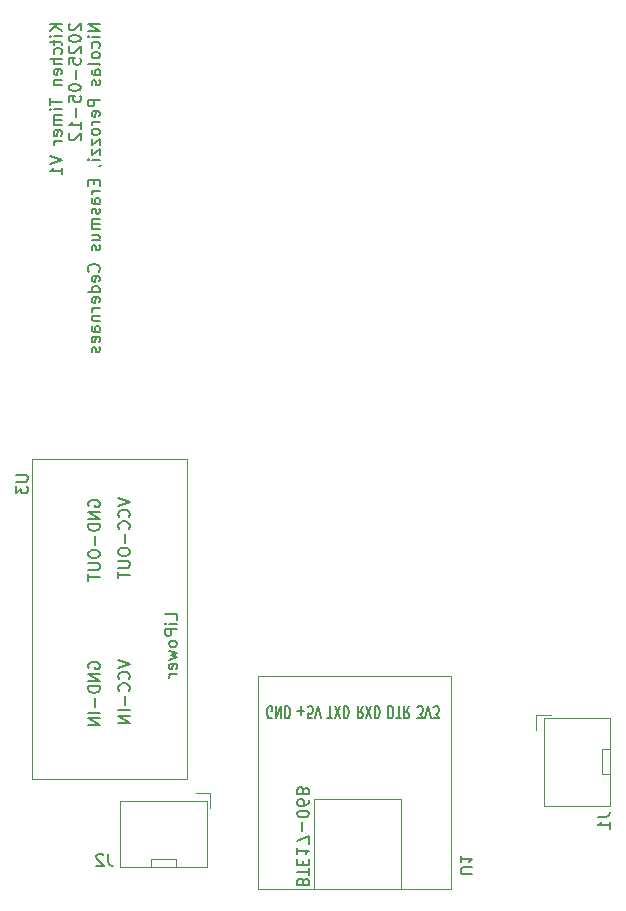
<source format=gbr>
%TF.GenerationSoftware,KiCad,Pcbnew,9.0.0*%
%TF.CreationDate,2025-05-13T23:13:56+02:00*%
%TF.ProjectId,kitchen_timer-hardware,6b697463-6865-46e5-9f74-696d65722d68,rev?*%
%TF.SameCoordinates,Original*%
%TF.FileFunction,Legend,Bot*%
%TF.FilePolarity,Positive*%
%FSLAX46Y46*%
G04 Gerber Fmt 4.6, Leading zero omitted, Abs format (unit mm)*
G04 Created by KiCad (PCBNEW 9.0.0) date 2025-05-13 23:13:56*
%MOMM*%
%LPD*%
G01*
G04 APERTURE LIST*
%ADD10C,0.195000*%
%ADD11C,0.195072*%
%ADD12C,0.187500*%
%ADD13C,0.100000*%
%ADD14C,0.120000*%
G04 APERTURE END LIST*
D10*
X132221991Y-65089393D02*
X131221991Y-65089393D01*
X132221991Y-65669965D02*
X131650562Y-65234536D01*
X131221991Y-65669965D02*
X131793419Y-65089393D01*
X132221991Y-66105393D02*
X131555324Y-66105393D01*
X131221991Y-66105393D02*
X131269610Y-66057012D01*
X131269610Y-66057012D02*
X131317229Y-66105393D01*
X131317229Y-66105393D02*
X131269610Y-66153774D01*
X131269610Y-66153774D02*
X131221991Y-66105393D01*
X131221991Y-66105393D02*
X131317229Y-66105393D01*
X131555324Y-66444060D02*
X131555324Y-66831108D01*
X131221991Y-66589203D02*
X132079133Y-66589203D01*
X132079133Y-66589203D02*
X132174372Y-66637584D01*
X132174372Y-66637584D02*
X132221991Y-66734346D01*
X132221991Y-66734346D02*
X132221991Y-66831108D01*
X132174372Y-67605203D02*
X132221991Y-67508441D01*
X132221991Y-67508441D02*
X132221991Y-67314917D01*
X132221991Y-67314917D02*
X132174372Y-67218155D01*
X132174372Y-67218155D02*
X132126752Y-67169774D01*
X132126752Y-67169774D02*
X132031514Y-67121393D01*
X132031514Y-67121393D02*
X131745800Y-67121393D01*
X131745800Y-67121393D02*
X131650562Y-67169774D01*
X131650562Y-67169774D02*
X131602943Y-67218155D01*
X131602943Y-67218155D02*
X131555324Y-67314917D01*
X131555324Y-67314917D02*
X131555324Y-67508441D01*
X131555324Y-67508441D02*
X131602943Y-67605203D01*
X132221991Y-68040631D02*
X131221991Y-68040631D01*
X132221991Y-68476060D02*
X131698181Y-68476060D01*
X131698181Y-68476060D02*
X131602943Y-68427679D01*
X131602943Y-68427679D02*
X131555324Y-68330917D01*
X131555324Y-68330917D02*
X131555324Y-68185774D01*
X131555324Y-68185774D02*
X131602943Y-68089012D01*
X131602943Y-68089012D02*
X131650562Y-68040631D01*
X132174372Y-69346917D02*
X132221991Y-69250155D01*
X132221991Y-69250155D02*
X132221991Y-69056631D01*
X132221991Y-69056631D02*
X132174372Y-68959869D01*
X132174372Y-68959869D02*
X132079133Y-68911488D01*
X132079133Y-68911488D02*
X131698181Y-68911488D01*
X131698181Y-68911488D02*
X131602943Y-68959869D01*
X131602943Y-68959869D02*
X131555324Y-69056631D01*
X131555324Y-69056631D02*
X131555324Y-69250155D01*
X131555324Y-69250155D02*
X131602943Y-69346917D01*
X131602943Y-69346917D02*
X131698181Y-69395298D01*
X131698181Y-69395298D02*
X131793419Y-69395298D01*
X131793419Y-69395298D02*
X131888657Y-68911488D01*
X131555324Y-69830726D02*
X132221991Y-69830726D01*
X131650562Y-69830726D02*
X131602943Y-69879107D01*
X131602943Y-69879107D02*
X131555324Y-69975869D01*
X131555324Y-69975869D02*
X131555324Y-70121012D01*
X131555324Y-70121012D02*
X131602943Y-70217774D01*
X131602943Y-70217774D02*
X131698181Y-70266155D01*
X131698181Y-70266155D02*
X132221991Y-70266155D01*
X131221991Y-71378916D02*
X131221991Y-71959488D01*
X132221991Y-71669202D02*
X131221991Y-71669202D01*
X132221991Y-72298154D02*
X131555324Y-72298154D01*
X131221991Y-72298154D02*
X131269610Y-72249773D01*
X131269610Y-72249773D02*
X131317229Y-72298154D01*
X131317229Y-72298154D02*
X131269610Y-72346535D01*
X131269610Y-72346535D02*
X131221991Y-72298154D01*
X131221991Y-72298154D02*
X131317229Y-72298154D01*
X132221991Y-72781964D02*
X131555324Y-72781964D01*
X131650562Y-72781964D02*
X131602943Y-72830345D01*
X131602943Y-72830345D02*
X131555324Y-72927107D01*
X131555324Y-72927107D02*
X131555324Y-73072250D01*
X131555324Y-73072250D02*
X131602943Y-73169012D01*
X131602943Y-73169012D02*
X131698181Y-73217393D01*
X131698181Y-73217393D02*
X132221991Y-73217393D01*
X131698181Y-73217393D02*
X131602943Y-73265774D01*
X131602943Y-73265774D02*
X131555324Y-73362536D01*
X131555324Y-73362536D02*
X131555324Y-73507679D01*
X131555324Y-73507679D02*
X131602943Y-73604440D01*
X131602943Y-73604440D02*
X131698181Y-73652821D01*
X131698181Y-73652821D02*
X132221991Y-73652821D01*
X132174372Y-74523679D02*
X132221991Y-74426917D01*
X132221991Y-74426917D02*
X132221991Y-74233393D01*
X132221991Y-74233393D02*
X132174372Y-74136631D01*
X132174372Y-74136631D02*
X132079133Y-74088250D01*
X132079133Y-74088250D02*
X131698181Y-74088250D01*
X131698181Y-74088250D02*
X131602943Y-74136631D01*
X131602943Y-74136631D02*
X131555324Y-74233393D01*
X131555324Y-74233393D02*
X131555324Y-74426917D01*
X131555324Y-74426917D02*
X131602943Y-74523679D01*
X131602943Y-74523679D02*
X131698181Y-74572060D01*
X131698181Y-74572060D02*
X131793419Y-74572060D01*
X131793419Y-74572060D02*
X131888657Y-74088250D01*
X132221991Y-75007488D02*
X131555324Y-75007488D01*
X131745800Y-75007488D02*
X131650562Y-75055869D01*
X131650562Y-75055869D02*
X131602943Y-75104250D01*
X131602943Y-75104250D02*
X131555324Y-75201012D01*
X131555324Y-75201012D02*
X131555324Y-75297774D01*
X131221991Y-76265392D02*
X132221991Y-76604059D01*
X132221991Y-76604059D02*
X131221991Y-76942726D01*
X132221991Y-77813583D02*
X132221991Y-77233011D01*
X132221991Y-77523297D02*
X131221991Y-77523297D01*
X131221991Y-77523297D02*
X131364848Y-77426535D01*
X131364848Y-77426535D02*
X131460086Y-77329773D01*
X131460086Y-77329773D02*
X131507705Y-77233011D01*
X132927173Y-65041012D02*
X132879554Y-65089393D01*
X132879554Y-65089393D02*
X132831935Y-65186155D01*
X132831935Y-65186155D02*
X132831935Y-65428060D01*
X132831935Y-65428060D02*
X132879554Y-65524822D01*
X132879554Y-65524822D02*
X132927173Y-65573203D01*
X132927173Y-65573203D02*
X133022411Y-65621584D01*
X133022411Y-65621584D02*
X133117649Y-65621584D01*
X133117649Y-65621584D02*
X133260506Y-65573203D01*
X133260506Y-65573203D02*
X133831935Y-64992631D01*
X133831935Y-64992631D02*
X133831935Y-65621584D01*
X132831935Y-66250536D02*
X132831935Y-66347298D01*
X132831935Y-66347298D02*
X132879554Y-66444060D01*
X132879554Y-66444060D02*
X132927173Y-66492441D01*
X132927173Y-66492441D02*
X133022411Y-66540822D01*
X133022411Y-66540822D02*
X133212887Y-66589203D01*
X133212887Y-66589203D02*
X133450982Y-66589203D01*
X133450982Y-66589203D02*
X133641458Y-66540822D01*
X133641458Y-66540822D02*
X133736696Y-66492441D01*
X133736696Y-66492441D02*
X133784316Y-66444060D01*
X133784316Y-66444060D02*
X133831935Y-66347298D01*
X133831935Y-66347298D02*
X133831935Y-66250536D01*
X133831935Y-66250536D02*
X133784316Y-66153774D01*
X133784316Y-66153774D02*
X133736696Y-66105393D01*
X133736696Y-66105393D02*
X133641458Y-66057012D01*
X133641458Y-66057012D02*
X133450982Y-66008631D01*
X133450982Y-66008631D02*
X133212887Y-66008631D01*
X133212887Y-66008631D02*
X133022411Y-66057012D01*
X133022411Y-66057012D02*
X132927173Y-66105393D01*
X132927173Y-66105393D02*
X132879554Y-66153774D01*
X132879554Y-66153774D02*
X132831935Y-66250536D01*
X132927173Y-66976250D02*
X132879554Y-67024631D01*
X132879554Y-67024631D02*
X132831935Y-67121393D01*
X132831935Y-67121393D02*
X132831935Y-67363298D01*
X132831935Y-67363298D02*
X132879554Y-67460060D01*
X132879554Y-67460060D02*
X132927173Y-67508441D01*
X132927173Y-67508441D02*
X133022411Y-67556822D01*
X133022411Y-67556822D02*
X133117649Y-67556822D01*
X133117649Y-67556822D02*
X133260506Y-67508441D01*
X133260506Y-67508441D02*
X133831935Y-66927869D01*
X133831935Y-66927869D02*
X133831935Y-67556822D01*
X132831935Y-68476060D02*
X132831935Y-67992250D01*
X132831935Y-67992250D02*
X133308125Y-67943869D01*
X133308125Y-67943869D02*
X133260506Y-67992250D01*
X133260506Y-67992250D02*
X133212887Y-68089012D01*
X133212887Y-68089012D02*
X133212887Y-68330917D01*
X133212887Y-68330917D02*
X133260506Y-68427679D01*
X133260506Y-68427679D02*
X133308125Y-68476060D01*
X133308125Y-68476060D02*
X133403363Y-68524441D01*
X133403363Y-68524441D02*
X133641458Y-68524441D01*
X133641458Y-68524441D02*
X133736696Y-68476060D01*
X133736696Y-68476060D02*
X133784316Y-68427679D01*
X133784316Y-68427679D02*
X133831935Y-68330917D01*
X133831935Y-68330917D02*
X133831935Y-68089012D01*
X133831935Y-68089012D02*
X133784316Y-67992250D01*
X133784316Y-67992250D02*
X133736696Y-67943869D01*
X133450982Y-68959869D02*
X133450982Y-69733965D01*
X132831935Y-70411298D02*
X132831935Y-70508060D01*
X132831935Y-70508060D02*
X132879554Y-70604822D01*
X132879554Y-70604822D02*
X132927173Y-70653203D01*
X132927173Y-70653203D02*
X133022411Y-70701584D01*
X133022411Y-70701584D02*
X133212887Y-70749965D01*
X133212887Y-70749965D02*
X133450982Y-70749965D01*
X133450982Y-70749965D02*
X133641458Y-70701584D01*
X133641458Y-70701584D02*
X133736696Y-70653203D01*
X133736696Y-70653203D02*
X133784316Y-70604822D01*
X133784316Y-70604822D02*
X133831935Y-70508060D01*
X133831935Y-70508060D02*
X133831935Y-70411298D01*
X133831935Y-70411298D02*
X133784316Y-70314536D01*
X133784316Y-70314536D02*
X133736696Y-70266155D01*
X133736696Y-70266155D02*
X133641458Y-70217774D01*
X133641458Y-70217774D02*
X133450982Y-70169393D01*
X133450982Y-70169393D02*
X133212887Y-70169393D01*
X133212887Y-70169393D02*
X133022411Y-70217774D01*
X133022411Y-70217774D02*
X132927173Y-70266155D01*
X132927173Y-70266155D02*
X132879554Y-70314536D01*
X132879554Y-70314536D02*
X132831935Y-70411298D01*
X132831935Y-71669203D02*
X132831935Y-71185393D01*
X132831935Y-71185393D02*
X133308125Y-71137012D01*
X133308125Y-71137012D02*
X133260506Y-71185393D01*
X133260506Y-71185393D02*
X133212887Y-71282155D01*
X133212887Y-71282155D02*
X133212887Y-71524060D01*
X133212887Y-71524060D02*
X133260506Y-71620822D01*
X133260506Y-71620822D02*
X133308125Y-71669203D01*
X133308125Y-71669203D02*
X133403363Y-71717584D01*
X133403363Y-71717584D02*
X133641458Y-71717584D01*
X133641458Y-71717584D02*
X133736696Y-71669203D01*
X133736696Y-71669203D02*
X133784316Y-71620822D01*
X133784316Y-71620822D02*
X133831935Y-71524060D01*
X133831935Y-71524060D02*
X133831935Y-71282155D01*
X133831935Y-71282155D02*
X133784316Y-71185393D01*
X133784316Y-71185393D02*
X133736696Y-71137012D01*
X133450982Y-72153012D02*
X133450982Y-72927108D01*
X133831935Y-73943108D02*
X133831935Y-73362536D01*
X133831935Y-73652822D02*
X132831935Y-73652822D01*
X132831935Y-73652822D02*
X132974792Y-73556060D01*
X132974792Y-73556060D02*
X133070030Y-73459298D01*
X133070030Y-73459298D02*
X133117649Y-73362536D01*
X132927173Y-74330155D02*
X132879554Y-74378536D01*
X132879554Y-74378536D02*
X132831935Y-74475298D01*
X132831935Y-74475298D02*
X132831935Y-74717203D01*
X132831935Y-74717203D02*
X132879554Y-74813965D01*
X132879554Y-74813965D02*
X132927173Y-74862346D01*
X132927173Y-74862346D02*
X133022411Y-74910727D01*
X133022411Y-74910727D02*
X133117649Y-74910727D01*
X133117649Y-74910727D02*
X133260506Y-74862346D01*
X133260506Y-74862346D02*
X133831935Y-74281774D01*
X133831935Y-74281774D02*
X133831935Y-74910727D01*
X135441879Y-65089393D02*
X134441879Y-65089393D01*
X134441879Y-65089393D02*
X135441879Y-65669965D01*
X135441879Y-65669965D02*
X134441879Y-65669965D01*
X135441879Y-66153774D02*
X134775212Y-66153774D01*
X134441879Y-66153774D02*
X134489498Y-66105393D01*
X134489498Y-66105393D02*
X134537117Y-66153774D01*
X134537117Y-66153774D02*
X134489498Y-66202155D01*
X134489498Y-66202155D02*
X134441879Y-66153774D01*
X134441879Y-66153774D02*
X134537117Y-66153774D01*
X135394260Y-67073013D02*
X135441879Y-66976251D01*
X135441879Y-66976251D02*
X135441879Y-66782727D01*
X135441879Y-66782727D02*
X135394260Y-66685965D01*
X135394260Y-66685965D02*
X135346640Y-66637584D01*
X135346640Y-66637584D02*
X135251402Y-66589203D01*
X135251402Y-66589203D02*
X134965688Y-66589203D01*
X134965688Y-66589203D02*
X134870450Y-66637584D01*
X134870450Y-66637584D02*
X134822831Y-66685965D01*
X134822831Y-66685965D02*
X134775212Y-66782727D01*
X134775212Y-66782727D02*
X134775212Y-66976251D01*
X134775212Y-66976251D02*
X134822831Y-67073013D01*
X135441879Y-67653584D02*
X135394260Y-67556822D01*
X135394260Y-67556822D02*
X135346640Y-67508441D01*
X135346640Y-67508441D02*
X135251402Y-67460060D01*
X135251402Y-67460060D02*
X134965688Y-67460060D01*
X134965688Y-67460060D02*
X134870450Y-67508441D01*
X134870450Y-67508441D02*
X134822831Y-67556822D01*
X134822831Y-67556822D02*
X134775212Y-67653584D01*
X134775212Y-67653584D02*
X134775212Y-67798727D01*
X134775212Y-67798727D02*
X134822831Y-67895489D01*
X134822831Y-67895489D02*
X134870450Y-67943870D01*
X134870450Y-67943870D02*
X134965688Y-67992251D01*
X134965688Y-67992251D02*
X135251402Y-67992251D01*
X135251402Y-67992251D02*
X135346640Y-67943870D01*
X135346640Y-67943870D02*
X135394260Y-67895489D01*
X135394260Y-67895489D02*
X135441879Y-67798727D01*
X135441879Y-67798727D02*
X135441879Y-67653584D01*
X135441879Y-68572822D02*
X135394260Y-68476060D01*
X135394260Y-68476060D02*
X135299021Y-68427679D01*
X135299021Y-68427679D02*
X134441879Y-68427679D01*
X135441879Y-69395298D02*
X134918069Y-69395298D01*
X134918069Y-69395298D02*
X134822831Y-69346917D01*
X134822831Y-69346917D02*
X134775212Y-69250155D01*
X134775212Y-69250155D02*
X134775212Y-69056631D01*
X134775212Y-69056631D02*
X134822831Y-68959869D01*
X135394260Y-69395298D02*
X135441879Y-69298536D01*
X135441879Y-69298536D02*
X135441879Y-69056631D01*
X135441879Y-69056631D02*
X135394260Y-68959869D01*
X135394260Y-68959869D02*
X135299021Y-68911488D01*
X135299021Y-68911488D02*
X135203783Y-68911488D01*
X135203783Y-68911488D02*
X135108545Y-68959869D01*
X135108545Y-68959869D02*
X135060926Y-69056631D01*
X135060926Y-69056631D02*
X135060926Y-69298536D01*
X135060926Y-69298536D02*
X135013307Y-69395298D01*
X135394260Y-69830726D02*
X135441879Y-69927488D01*
X135441879Y-69927488D02*
X135441879Y-70121012D01*
X135441879Y-70121012D02*
X135394260Y-70217774D01*
X135394260Y-70217774D02*
X135299021Y-70266155D01*
X135299021Y-70266155D02*
X135251402Y-70266155D01*
X135251402Y-70266155D02*
X135156164Y-70217774D01*
X135156164Y-70217774D02*
X135108545Y-70121012D01*
X135108545Y-70121012D02*
X135108545Y-69975869D01*
X135108545Y-69975869D02*
X135060926Y-69879107D01*
X135060926Y-69879107D02*
X134965688Y-69830726D01*
X134965688Y-69830726D02*
X134918069Y-69830726D01*
X134918069Y-69830726D02*
X134822831Y-69879107D01*
X134822831Y-69879107D02*
X134775212Y-69975869D01*
X134775212Y-69975869D02*
X134775212Y-70121012D01*
X134775212Y-70121012D02*
X134822831Y-70217774D01*
X135441879Y-71475678D02*
X134441879Y-71475678D01*
X134441879Y-71475678D02*
X134441879Y-71862726D01*
X134441879Y-71862726D02*
X134489498Y-71959488D01*
X134489498Y-71959488D02*
X134537117Y-72007869D01*
X134537117Y-72007869D02*
X134632355Y-72056250D01*
X134632355Y-72056250D02*
X134775212Y-72056250D01*
X134775212Y-72056250D02*
X134870450Y-72007869D01*
X134870450Y-72007869D02*
X134918069Y-71959488D01*
X134918069Y-71959488D02*
X134965688Y-71862726D01*
X134965688Y-71862726D02*
X134965688Y-71475678D01*
X135394260Y-72878726D02*
X135441879Y-72781964D01*
X135441879Y-72781964D02*
X135441879Y-72588440D01*
X135441879Y-72588440D02*
X135394260Y-72491678D01*
X135394260Y-72491678D02*
X135299021Y-72443297D01*
X135299021Y-72443297D02*
X134918069Y-72443297D01*
X134918069Y-72443297D02*
X134822831Y-72491678D01*
X134822831Y-72491678D02*
X134775212Y-72588440D01*
X134775212Y-72588440D02*
X134775212Y-72781964D01*
X134775212Y-72781964D02*
X134822831Y-72878726D01*
X134822831Y-72878726D02*
X134918069Y-72927107D01*
X134918069Y-72927107D02*
X135013307Y-72927107D01*
X135013307Y-72927107D02*
X135108545Y-72443297D01*
X135441879Y-73362535D02*
X134775212Y-73362535D01*
X134965688Y-73362535D02*
X134870450Y-73410916D01*
X134870450Y-73410916D02*
X134822831Y-73459297D01*
X134822831Y-73459297D02*
X134775212Y-73556059D01*
X134775212Y-73556059D02*
X134775212Y-73652821D01*
X135441879Y-74136630D02*
X135394260Y-74039868D01*
X135394260Y-74039868D02*
X135346640Y-73991487D01*
X135346640Y-73991487D02*
X135251402Y-73943106D01*
X135251402Y-73943106D02*
X134965688Y-73943106D01*
X134965688Y-73943106D02*
X134870450Y-73991487D01*
X134870450Y-73991487D02*
X134822831Y-74039868D01*
X134822831Y-74039868D02*
X134775212Y-74136630D01*
X134775212Y-74136630D02*
X134775212Y-74281773D01*
X134775212Y-74281773D02*
X134822831Y-74378535D01*
X134822831Y-74378535D02*
X134870450Y-74426916D01*
X134870450Y-74426916D02*
X134965688Y-74475297D01*
X134965688Y-74475297D02*
X135251402Y-74475297D01*
X135251402Y-74475297D02*
X135346640Y-74426916D01*
X135346640Y-74426916D02*
X135394260Y-74378535D01*
X135394260Y-74378535D02*
X135441879Y-74281773D01*
X135441879Y-74281773D02*
X135441879Y-74136630D01*
X134775212Y-74813963D02*
X134775212Y-75346154D01*
X134775212Y-75346154D02*
X135441879Y-74813963D01*
X135441879Y-74813963D02*
X135441879Y-75346154D01*
X134775212Y-75636439D02*
X134775212Y-76168630D01*
X134775212Y-76168630D02*
X135441879Y-75636439D01*
X135441879Y-75636439D02*
X135441879Y-76168630D01*
X135441879Y-76555677D02*
X134775212Y-76555677D01*
X134441879Y-76555677D02*
X134489498Y-76507296D01*
X134489498Y-76507296D02*
X134537117Y-76555677D01*
X134537117Y-76555677D02*
X134489498Y-76604058D01*
X134489498Y-76604058D02*
X134441879Y-76555677D01*
X134441879Y-76555677D02*
X134537117Y-76555677D01*
X135394260Y-77087868D02*
X135441879Y-77087868D01*
X135441879Y-77087868D02*
X135537117Y-77039487D01*
X135537117Y-77039487D02*
X135584736Y-76991106D01*
X134918069Y-78297392D02*
X134918069Y-78636059D01*
X135441879Y-78781202D02*
X135441879Y-78297392D01*
X135441879Y-78297392D02*
X134441879Y-78297392D01*
X134441879Y-78297392D02*
X134441879Y-78781202D01*
X135441879Y-79216630D02*
X134775212Y-79216630D01*
X134965688Y-79216630D02*
X134870450Y-79265011D01*
X134870450Y-79265011D02*
X134822831Y-79313392D01*
X134822831Y-79313392D02*
X134775212Y-79410154D01*
X134775212Y-79410154D02*
X134775212Y-79506916D01*
X135441879Y-80281011D02*
X134918069Y-80281011D01*
X134918069Y-80281011D02*
X134822831Y-80232630D01*
X134822831Y-80232630D02*
X134775212Y-80135868D01*
X134775212Y-80135868D02*
X134775212Y-79942344D01*
X134775212Y-79942344D02*
X134822831Y-79845582D01*
X135394260Y-80281011D02*
X135441879Y-80184249D01*
X135441879Y-80184249D02*
X135441879Y-79942344D01*
X135441879Y-79942344D02*
X135394260Y-79845582D01*
X135394260Y-79845582D02*
X135299021Y-79797201D01*
X135299021Y-79797201D02*
X135203783Y-79797201D01*
X135203783Y-79797201D02*
X135108545Y-79845582D01*
X135108545Y-79845582D02*
X135060926Y-79942344D01*
X135060926Y-79942344D02*
X135060926Y-80184249D01*
X135060926Y-80184249D02*
X135013307Y-80281011D01*
X135394260Y-80716439D02*
X135441879Y-80813201D01*
X135441879Y-80813201D02*
X135441879Y-81006725D01*
X135441879Y-81006725D02*
X135394260Y-81103487D01*
X135394260Y-81103487D02*
X135299021Y-81151868D01*
X135299021Y-81151868D02*
X135251402Y-81151868D01*
X135251402Y-81151868D02*
X135156164Y-81103487D01*
X135156164Y-81103487D02*
X135108545Y-81006725D01*
X135108545Y-81006725D02*
X135108545Y-80861582D01*
X135108545Y-80861582D02*
X135060926Y-80764820D01*
X135060926Y-80764820D02*
X134965688Y-80716439D01*
X134965688Y-80716439D02*
X134918069Y-80716439D01*
X134918069Y-80716439D02*
X134822831Y-80764820D01*
X134822831Y-80764820D02*
X134775212Y-80861582D01*
X134775212Y-80861582D02*
X134775212Y-81006725D01*
X134775212Y-81006725D02*
X134822831Y-81103487D01*
X135441879Y-81587296D02*
X134775212Y-81587296D01*
X134870450Y-81587296D02*
X134822831Y-81635677D01*
X134822831Y-81635677D02*
X134775212Y-81732439D01*
X134775212Y-81732439D02*
X134775212Y-81877582D01*
X134775212Y-81877582D02*
X134822831Y-81974344D01*
X134822831Y-81974344D02*
X134918069Y-82022725D01*
X134918069Y-82022725D02*
X135441879Y-82022725D01*
X134918069Y-82022725D02*
X134822831Y-82071106D01*
X134822831Y-82071106D02*
X134775212Y-82167868D01*
X134775212Y-82167868D02*
X134775212Y-82313011D01*
X134775212Y-82313011D02*
X134822831Y-82409772D01*
X134822831Y-82409772D02*
X134918069Y-82458153D01*
X134918069Y-82458153D02*
X135441879Y-82458153D01*
X134775212Y-83377392D02*
X135441879Y-83377392D01*
X134775212Y-82941963D02*
X135299021Y-82941963D01*
X135299021Y-82941963D02*
X135394260Y-82990344D01*
X135394260Y-82990344D02*
X135441879Y-83087106D01*
X135441879Y-83087106D02*
X135441879Y-83232249D01*
X135441879Y-83232249D02*
X135394260Y-83329011D01*
X135394260Y-83329011D02*
X135346640Y-83377392D01*
X135394260Y-83812820D02*
X135441879Y-83909582D01*
X135441879Y-83909582D02*
X135441879Y-84103106D01*
X135441879Y-84103106D02*
X135394260Y-84199868D01*
X135394260Y-84199868D02*
X135299021Y-84248249D01*
X135299021Y-84248249D02*
X135251402Y-84248249D01*
X135251402Y-84248249D02*
X135156164Y-84199868D01*
X135156164Y-84199868D02*
X135108545Y-84103106D01*
X135108545Y-84103106D02*
X135108545Y-83957963D01*
X135108545Y-83957963D02*
X135060926Y-83861201D01*
X135060926Y-83861201D02*
X134965688Y-83812820D01*
X134965688Y-83812820D02*
X134918069Y-83812820D01*
X134918069Y-83812820D02*
X134822831Y-83861201D01*
X134822831Y-83861201D02*
X134775212Y-83957963D01*
X134775212Y-83957963D02*
X134775212Y-84103106D01*
X134775212Y-84103106D02*
X134822831Y-84199868D01*
X135346640Y-86038344D02*
X135394260Y-85989963D01*
X135394260Y-85989963D02*
X135441879Y-85844820D01*
X135441879Y-85844820D02*
X135441879Y-85748058D01*
X135441879Y-85748058D02*
X135394260Y-85602915D01*
X135394260Y-85602915D02*
X135299021Y-85506153D01*
X135299021Y-85506153D02*
X135203783Y-85457772D01*
X135203783Y-85457772D02*
X135013307Y-85409391D01*
X135013307Y-85409391D02*
X134870450Y-85409391D01*
X134870450Y-85409391D02*
X134679974Y-85457772D01*
X134679974Y-85457772D02*
X134584736Y-85506153D01*
X134584736Y-85506153D02*
X134489498Y-85602915D01*
X134489498Y-85602915D02*
X134441879Y-85748058D01*
X134441879Y-85748058D02*
X134441879Y-85844820D01*
X134441879Y-85844820D02*
X134489498Y-85989963D01*
X134489498Y-85989963D02*
X134537117Y-86038344D01*
X135394260Y-86860820D02*
X135441879Y-86764058D01*
X135441879Y-86764058D02*
X135441879Y-86570534D01*
X135441879Y-86570534D02*
X135394260Y-86473772D01*
X135394260Y-86473772D02*
X135299021Y-86425391D01*
X135299021Y-86425391D02*
X134918069Y-86425391D01*
X134918069Y-86425391D02*
X134822831Y-86473772D01*
X134822831Y-86473772D02*
X134775212Y-86570534D01*
X134775212Y-86570534D02*
X134775212Y-86764058D01*
X134775212Y-86764058D02*
X134822831Y-86860820D01*
X134822831Y-86860820D02*
X134918069Y-86909201D01*
X134918069Y-86909201D02*
X135013307Y-86909201D01*
X135013307Y-86909201D02*
X135108545Y-86425391D01*
X135441879Y-87780058D02*
X134441879Y-87780058D01*
X135394260Y-87780058D02*
X135441879Y-87683296D01*
X135441879Y-87683296D02*
X135441879Y-87489772D01*
X135441879Y-87489772D02*
X135394260Y-87393010D01*
X135394260Y-87393010D02*
X135346640Y-87344629D01*
X135346640Y-87344629D02*
X135251402Y-87296248D01*
X135251402Y-87296248D02*
X134965688Y-87296248D01*
X134965688Y-87296248D02*
X134870450Y-87344629D01*
X134870450Y-87344629D02*
X134822831Y-87393010D01*
X134822831Y-87393010D02*
X134775212Y-87489772D01*
X134775212Y-87489772D02*
X134775212Y-87683296D01*
X134775212Y-87683296D02*
X134822831Y-87780058D01*
X135394260Y-88650915D02*
X135441879Y-88554153D01*
X135441879Y-88554153D02*
X135441879Y-88360629D01*
X135441879Y-88360629D02*
X135394260Y-88263867D01*
X135394260Y-88263867D02*
X135299021Y-88215486D01*
X135299021Y-88215486D02*
X134918069Y-88215486D01*
X134918069Y-88215486D02*
X134822831Y-88263867D01*
X134822831Y-88263867D02*
X134775212Y-88360629D01*
X134775212Y-88360629D02*
X134775212Y-88554153D01*
X134775212Y-88554153D02*
X134822831Y-88650915D01*
X134822831Y-88650915D02*
X134918069Y-88699296D01*
X134918069Y-88699296D02*
X135013307Y-88699296D01*
X135013307Y-88699296D02*
X135108545Y-88215486D01*
X135441879Y-89134724D02*
X134775212Y-89134724D01*
X134965688Y-89134724D02*
X134870450Y-89183105D01*
X134870450Y-89183105D02*
X134822831Y-89231486D01*
X134822831Y-89231486D02*
X134775212Y-89328248D01*
X134775212Y-89328248D02*
X134775212Y-89425010D01*
X134775212Y-89763676D02*
X135441879Y-89763676D01*
X134870450Y-89763676D02*
X134822831Y-89812057D01*
X134822831Y-89812057D02*
X134775212Y-89908819D01*
X134775212Y-89908819D02*
X134775212Y-90053962D01*
X134775212Y-90053962D02*
X134822831Y-90150724D01*
X134822831Y-90150724D02*
X134918069Y-90199105D01*
X134918069Y-90199105D02*
X135441879Y-90199105D01*
X135441879Y-91118343D02*
X134918069Y-91118343D01*
X134918069Y-91118343D02*
X134822831Y-91069962D01*
X134822831Y-91069962D02*
X134775212Y-90973200D01*
X134775212Y-90973200D02*
X134775212Y-90779676D01*
X134775212Y-90779676D02*
X134822831Y-90682914D01*
X135394260Y-91118343D02*
X135441879Y-91021581D01*
X135441879Y-91021581D02*
X135441879Y-90779676D01*
X135441879Y-90779676D02*
X135394260Y-90682914D01*
X135394260Y-90682914D02*
X135299021Y-90634533D01*
X135299021Y-90634533D02*
X135203783Y-90634533D01*
X135203783Y-90634533D02*
X135108545Y-90682914D01*
X135108545Y-90682914D02*
X135060926Y-90779676D01*
X135060926Y-90779676D02*
X135060926Y-91021581D01*
X135060926Y-91021581D02*
X135013307Y-91118343D01*
X135394260Y-91989200D02*
X135441879Y-91892438D01*
X135441879Y-91892438D02*
X135441879Y-91698914D01*
X135441879Y-91698914D02*
X135394260Y-91602152D01*
X135394260Y-91602152D02*
X135299021Y-91553771D01*
X135299021Y-91553771D02*
X134918069Y-91553771D01*
X134918069Y-91553771D02*
X134822831Y-91602152D01*
X134822831Y-91602152D02*
X134775212Y-91698914D01*
X134775212Y-91698914D02*
X134775212Y-91892438D01*
X134775212Y-91892438D02*
X134822831Y-91989200D01*
X134822831Y-91989200D02*
X134918069Y-92037581D01*
X134918069Y-92037581D02*
X135013307Y-92037581D01*
X135013307Y-92037581D02*
X135108545Y-91553771D01*
X135394260Y-92424628D02*
X135441879Y-92521390D01*
X135441879Y-92521390D02*
X135441879Y-92714914D01*
X135441879Y-92714914D02*
X135394260Y-92811676D01*
X135394260Y-92811676D02*
X135299021Y-92860057D01*
X135299021Y-92860057D02*
X135251402Y-92860057D01*
X135251402Y-92860057D02*
X135156164Y-92811676D01*
X135156164Y-92811676D02*
X135108545Y-92714914D01*
X135108545Y-92714914D02*
X135108545Y-92569771D01*
X135108545Y-92569771D02*
X135060926Y-92473009D01*
X135060926Y-92473009D02*
X134965688Y-92424628D01*
X134965688Y-92424628D02*
X134918069Y-92424628D01*
X134918069Y-92424628D02*
X134822831Y-92473009D01*
X134822831Y-92473009D02*
X134775212Y-92569771D01*
X134775212Y-92569771D02*
X134775212Y-92714914D01*
X134775212Y-92714914D02*
X134822831Y-92811676D01*
D11*
X128356475Y-103242095D02*
X129165998Y-103242095D01*
X129165998Y-103242095D02*
X129261236Y-103289714D01*
X129261236Y-103289714D02*
X129308856Y-103337333D01*
X129308856Y-103337333D02*
X129356475Y-103432571D01*
X129356475Y-103432571D02*
X129356475Y-103623047D01*
X129356475Y-103623047D02*
X129308856Y-103718285D01*
X129308856Y-103718285D02*
X129261236Y-103765904D01*
X129261236Y-103765904D02*
X129165998Y-103813523D01*
X129165998Y-103813523D02*
X128356475Y-103813523D01*
X128356475Y-104194476D02*
X128356475Y-104813523D01*
X128356475Y-104813523D02*
X128737427Y-104480190D01*
X128737427Y-104480190D02*
X128737427Y-104623047D01*
X128737427Y-104623047D02*
X128785046Y-104718285D01*
X128785046Y-104718285D02*
X128832665Y-104765904D01*
X128832665Y-104765904D02*
X128927903Y-104813523D01*
X128927903Y-104813523D02*
X129165998Y-104813523D01*
X129165998Y-104813523D02*
X129261236Y-104765904D01*
X129261236Y-104765904D02*
X129308856Y-104718285D01*
X129308856Y-104718285D02*
X129356475Y-104623047D01*
X129356475Y-104623047D02*
X129356475Y-104337333D01*
X129356475Y-104337333D02*
X129308856Y-104242095D01*
X129308856Y-104242095D02*
X129261236Y-104194476D01*
X136992475Y-118959574D02*
X137992475Y-119292907D01*
X137992475Y-119292907D02*
X136992475Y-119626240D01*
X137897236Y-120531002D02*
X137944856Y-120483383D01*
X137944856Y-120483383D02*
X137992475Y-120340526D01*
X137992475Y-120340526D02*
X137992475Y-120245288D01*
X137992475Y-120245288D02*
X137944856Y-120102431D01*
X137944856Y-120102431D02*
X137849617Y-120007193D01*
X137849617Y-120007193D02*
X137754379Y-119959574D01*
X137754379Y-119959574D02*
X137563903Y-119911955D01*
X137563903Y-119911955D02*
X137421046Y-119911955D01*
X137421046Y-119911955D02*
X137230570Y-119959574D01*
X137230570Y-119959574D02*
X137135332Y-120007193D01*
X137135332Y-120007193D02*
X137040094Y-120102431D01*
X137040094Y-120102431D02*
X136992475Y-120245288D01*
X136992475Y-120245288D02*
X136992475Y-120340526D01*
X136992475Y-120340526D02*
X137040094Y-120483383D01*
X137040094Y-120483383D02*
X137087713Y-120531002D01*
X137897236Y-121531002D02*
X137944856Y-121483383D01*
X137944856Y-121483383D02*
X137992475Y-121340526D01*
X137992475Y-121340526D02*
X137992475Y-121245288D01*
X137992475Y-121245288D02*
X137944856Y-121102431D01*
X137944856Y-121102431D02*
X137849617Y-121007193D01*
X137849617Y-121007193D02*
X137754379Y-120959574D01*
X137754379Y-120959574D02*
X137563903Y-120911955D01*
X137563903Y-120911955D02*
X137421046Y-120911955D01*
X137421046Y-120911955D02*
X137230570Y-120959574D01*
X137230570Y-120959574D02*
X137135332Y-121007193D01*
X137135332Y-121007193D02*
X137040094Y-121102431D01*
X137040094Y-121102431D02*
X136992475Y-121245288D01*
X136992475Y-121245288D02*
X136992475Y-121340526D01*
X136992475Y-121340526D02*
X137040094Y-121483383D01*
X137040094Y-121483383D02*
X137087713Y-121531002D01*
X137611522Y-121959574D02*
X137611522Y-122721479D01*
X137992475Y-123197669D02*
X136992475Y-123197669D01*
X137992475Y-123673859D02*
X136992475Y-123673859D01*
X136992475Y-123673859D02*
X137992475Y-124245287D01*
X137992475Y-124245287D02*
X136992475Y-124245287D01*
X141979475Y-115514621D02*
X141979475Y-115038431D01*
X141979475Y-115038431D02*
X140979475Y-115038431D01*
X141979475Y-115847955D02*
X141312808Y-115847955D01*
X140979475Y-115847955D02*
X141027094Y-115800336D01*
X141027094Y-115800336D02*
X141074713Y-115847955D01*
X141074713Y-115847955D02*
X141027094Y-115895574D01*
X141027094Y-115895574D02*
X140979475Y-115847955D01*
X140979475Y-115847955D02*
X141074713Y-115847955D01*
X141979475Y-116324145D02*
X140979475Y-116324145D01*
X140979475Y-116324145D02*
X140979475Y-116705097D01*
X140979475Y-116705097D02*
X141027094Y-116800335D01*
X141027094Y-116800335D02*
X141074713Y-116847954D01*
X141074713Y-116847954D02*
X141169951Y-116895573D01*
X141169951Y-116895573D02*
X141312808Y-116895573D01*
X141312808Y-116895573D02*
X141408046Y-116847954D01*
X141408046Y-116847954D02*
X141455665Y-116800335D01*
X141455665Y-116800335D02*
X141503284Y-116705097D01*
X141503284Y-116705097D02*
X141503284Y-116324145D01*
X141979475Y-117467002D02*
X141931856Y-117371764D01*
X141931856Y-117371764D02*
X141884236Y-117324145D01*
X141884236Y-117324145D02*
X141788998Y-117276526D01*
X141788998Y-117276526D02*
X141503284Y-117276526D01*
X141503284Y-117276526D02*
X141408046Y-117324145D01*
X141408046Y-117324145D02*
X141360427Y-117371764D01*
X141360427Y-117371764D02*
X141312808Y-117467002D01*
X141312808Y-117467002D02*
X141312808Y-117609859D01*
X141312808Y-117609859D02*
X141360427Y-117705097D01*
X141360427Y-117705097D02*
X141408046Y-117752716D01*
X141408046Y-117752716D02*
X141503284Y-117800335D01*
X141503284Y-117800335D02*
X141788998Y-117800335D01*
X141788998Y-117800335D02*
X141884236Y-117752716D01*
X141884236Y-117752716D02*
X141931856Y-117705097D01*
X141931856Y-117705097D02*
X141979475Y-117609859D01*
X141979475Y-117609859D02*
X141979475Y-117467002D01*
X141312808Y-118133669D02*
X141979475Y-118324145D01*
X141979475Y-118324145D02*
X141503284Y-118514621D01*
X141503284Y-118514621D02*
X141979475Y-118705097D01*
X141979475Y-118705097D02*
X141312808Y-118895573D01*
X141931856Y-119657478D02*
X141979475Y-119562240D01*
X141979475Y-119562240D02*
X141979475Y-119371764D01*
X141979475Y-119371764D02*
X141931856Y-119276526D01*
X141931856Y-119276526D02*
X141836617Y-119228907D01*
X141836617Y-119228907D02*
X141455665Y-119228907D01*
X141455665Y-119228907D02*
X141360427Y-119276526D01*
X141360427Y-119276526D02*
X141312808Y-119371764D01*
X141312808Y-119371764D02*
X141312808Y-119562240D01*
X141312808Y-119562240D02*
X141360427Y-119657478D01*
X141360427Y-119657478D02*
X141455665Y-119705097D01*
X141455665Y-119705097D02*
X141550903Y-119705097D01*
X141550903Y-119705097D02*
X141646141Y-119228907D01*
X141979475Y-120133669D02*
X141312808Y-120133669D01*
X141503284Y-120133669D02*
X141408046Y-120181288D01*
X141408046Y-120181288D02*
X141360427Y-120228907D01*
X141360427Y-120228907D02*
X141312808Y-120324145D01*
X141312808Y-120324145D02*
X141312808Y-120419383D01*
X134500094Y-105910240D02*
X134452475Y-105815002D01*
X134452475Y-105815002D02*
X134452475Y-105672145D01*
X134452475Y-105672145D02*
X134500094Y-105529288D01*
X134500094Y-105529288D02*
X134595332Y-105434050D01*
X134595332Y-105434050D02*
X134690570Y-105386431D01*
X134690570Y-105386431D02*
X134881046Y-105338812D01*
X134881046Y-105338812D02*
X135023903Y-105338812D01*
X135023903Y-105338812D02*
X135214379Y-105386431D01*
X135214379Y-105386431D02*
X135309617Y-105434050D01*
X135309617Y-105434050D02*
X135404856Y-105529288D01*
X135404856Y-105529288D02*
X135452475Y-105672145D01*
X135452475Y-105672145D02*
X135452475Y-105767383D01*
X135452475Y-105767383D02*
X135404856Y-105910240D01*
X135404856Y-105910240D02*
X135357236Y-105957859D01*
X135357236Y-105957859D02*
X135023903Y-105957859D01*
X135023903Y-105957859D02*
X135023903Y-105767383D01*
X135452475Y-106386431D02*
X134452475Y-106386431D01*
X134452475Y-106386431D02*
X135452475Y-106957859D01*
X135452475Y-106957859D02*
X134452475Y-106957859D01*
X135452475Y-107434050D02*
X134452475Y-107434050D01*
X134452475Y-107434050D02*
X134452475Y-107672145D01*
X134452475Y-107672145D02*
X134500094Y-107815002D01*
X134500094Y-107815002D02*
X134595332Y-107910240D01*
X134595332Y-107910240D02*
X134690570Y-107957859D01*
X134690570Y-107957859D02*
X134881046Y-108005478D01*
X134881046Y-108005478D02*
X135023903Y-108005478D01*
X135023903Y-108005478D02*
X135214379Y-107957859D01*
X135214379Y-107957859D02*
X135309617Y-107910240D01*
X135309617Y-107910240D02*
X135404856Y-107815002D01*
X135404856Y-107815002D02*
X135452475Y-107672145D01*
X135452475Y-107672145D02*
X135452475Y-107434050D01*
X135071522Y-108434050D02*
X135071522Y-109195955D01*
X134452475Y-109862621D02*
X134452475Y-110053097D01*
X134452475Y-110053097D02*
X134500094Y-110148335D01*
X134500094Y-110148335D02*
X134595332Y-110243573D01*
X134595332Y-110243573D02*
X134785808Y-110291192D01*
X134785808Y-110291192D02*
X135119141Y-110291192D01*
X135119141Y-110291192D02*
X135309617Y-110243573D01*
X135309617Y-110243573D02*
X135404856Y-110148335D01*
X135404856Y-110148335D02*
X135452475Y-110053097D01*
X135452475Y-110053097D02*
X135452475Y-109862621D01*
X135452475Y-109862621D02*
X135404856Y-109767383D01*
X135404856Y-109767383D02*
X135309617Y-109672145D01*
X135309617Y-109672145D02*
X135119141Y-109624526D01*
X135119141Y-109624526D02*
X134785808Y-109624526D01*
X134785808Y-109624526D02*
X134595332Y-109672145D01*
X134595332Y-109672145D02*
X134500094Y-109767383D01*
X134500094Y-109767383D02*
X134452475Y-109862621D01*
X134452475Y-110719764D02*
X135261998Y-110719764D01*
X135261998Y-110719764D02*
X135357236Y-110767383D01*
X135357236Y-110767383D02*
X135404856Y-110815002D01*
X135404856Y-110815002D02*
X135452475Y-110910240D01*
X135452475Y-110910240D02*
X135452475Y-111100716D01*
X135452475Y-111100716D02*
X135404856Y-111195954D01*
X135404856Y-111195954D02*
X135357236Y-111243573D01*
X135357236Y-111243573D02*
X135261998Y-111291192D01*
X135261998Y-111291192D02*
X134452475Y-111291192D01*
X134452475Y-111624526D02*
X134452475Y-112195954D01*
X135452475Y-111910240D02*
X134452475Y-111910240D01*
X134500094Y-119626240D02*
X134452475Y-119531002D01*
X134452475Y-119531002D02*
X134452475Y-119388145D01*
X134452475Y-119388145D02*
X134500094Y-119245288D01*
X134500094Y-119245288D02*
X134595332Y-119150050D01*
X134595332Y-119150050D02*
X134690570Y-119102431D01*
X134690570Y-119102431D02*
X134881046Y-119054812D01*
X134881046Y-119054812D02*
X135023903Y-119054812D01*
X135023903Y-119054812D02*
X135214379Y-119102431D01*
X135214379Y-119102431D02*
X135309617Y-119150050D01*
X135309617Y-119150050D02*
X135404856Y-119245288D01*
X135404856Y-119245288D02*
X135452475Y-119388145D01*
X135452475Y-119388145D02*
X135452475Y-119483383D01*
X135452475Y-119483383D02*
X135404856Y-119626240D01*
X135404856Y-119626240D02*
X135357236Y-119673859D01*
X135357236Y-119673859D02*
X135023903Y-119673859D01*
X135023903Y-119673859D02*
X135023903Y-119483383D01*
X135452475Y-120102431D02*
X134452475Y-120102431D01*
X134452475Y-120102431D02*
X135452475Y-120673859D01*
X135452475Y-120673859D02*
X134452475Y-120673859D01*
X135452475Y-121150050D02*
X134452475Y-121150050D01*
X134452475Y-121150050D02*
X134452475Y-121388145D01*
X134452475Y-121388145D02*
X134500094Y-121531002D01*
X134500094Y-121531002D02*
X134595332Y-121626240D01*
X134595332Y-121626240D02*
X134690570Y-121673859D01*
X134690570Y-121673859D02*
X134881046Y-121721478D01*
X134881046Y-121721478D02*
X135023903Y-121721478D01*
X135023903Y-121721478D02*
X135214379Y-121673859D01*
X135214379Y-121673859D02*
X135309617Y-121626240D01*
X135309617Y-121626240D02*
X135404856Y-121531002D01*
X135404856Y-121531002D02*
X135452475Y-121388145D01*
X135452475Y-121388145D02*
X135452475Y-121150050D01*
X135071522Y-122150050D02*
X135071522Y-122911955D01*
X135452475Y-123388145D02*
X134452475Y-123388145D01*
X135452475Y-123864335D02*
X134452475Y-123864335D01*
X134452475Y-123864335D02*
X135452475Y-124435763D01*
X135452475Y-124435763D02*
X134452475Y-124435763D01*
X136992475Y-105243574D02*
X137992475Y-105576907D01*
X137992475Y-105576907D02*
X136992475Y-105910240D01*
X137897236Y-106815002D02*
X137944856Y-106767383D01*
X137944856Y-106767383D02*
X137992475Y-106624526D01*
X137992475Y-106624526D02*
X137992475Y-106529288D01*
X137992475Y-106529288D02*
X137944856Y-106386431D01*
X137944856Y-106386431D02*
X137849617Y-106291193D01*
X137849617Y-106291193D02*
X137754379Y-106243574D01*
X137754379Y-106243574D02*
X137563903Y-106195955D01*
X137563903Y-106195955D02*
X137421046Y-106195955D01*
X137421046Y-106195955D02*
X137230570Y-106243574D01*
X137230570Y-106243574D02*
X137135332Y-106291193D01*
X137135332Y-106291193D02*
X137040094Y-106386431D01*
X137040094Y-106386431D02*
X136992475Y-106529288D01*
X136992475Y-106529288D02*
X136992475Y-106624526D01*
X136992475Y-106624526D02*
X137040094Y-106767383D01*
X137040094Y-106767383D02*
X137087713Y-106815002D01*
X137897236Y-107815002D02*
X137944856Y-107767383D01*
X137944856Y-107767383D02*
X137992475Y-107624526D01*
X137992475Y-107624526D02*
X137992475Y-107529288D01*
X137992475Y-107529288D02*
X137944856Y-107386431D01*
X137944856Y-107386431D02*
X137849617Y-107291193D01*
X137849617Y-107291193D02*
X137754379Y-107243574D01*
X137754379Y-107243574D02*
X137563903Y-107195955D01*
X137563903Y-107195955D02*
X137421046Y-107195955D01*
X137421046Y-107195955D02*
X137230570Y-107243574D01*
X137230570Y-107243574D02*
X137135332Y-107291193D01*
X137135332Y-107291193D02*
X137040094Y-107386431D01*
X137040094Y-107386431D02*
X136992475Y-107529288D01*
X136992475Y-107529288D02*
X136992475Y-107624526D01*
X136992475Y-107624526D02*
X137040094Y-107767383D01*
X137040094Y-107767383D02*
X137087713Y-107815002D01*
X137611522Y-108243574D02*
X137611522Y-109005479D01*
X136992475Y-109672145D02*
X136992475Y-109862621D01*
X136992475Y-109862621D02*
X137040094Y-109957859D01*
X137040094Y-109957859D02*
X137135332Y-110053097D01*
X137135332Y-110053097D02*
X137325808Y-110100716D01*
X137325808Y-110100716D02*
X137659141Y-110100716D01*
X137659141Y-110100716D02*
X137849617Y-110053097D01*
X137849617Y-110053097D02*
X137944856Y-109957859D01*
X137944856Y-109957859D02*
X137992475Y-109862621D01*
X137992475Y-109862621D02*
X137992475Y-109672145D01*
X137992475Y-109672145D02*
X137944856Y-109576907D01*
X137944856Y-109576907D02*
X137849617Y-109481669D01*
X137849617Y-109481669D02*
X137659141Y-109434050D01*
X137659141Y-109434050D02*
X137325808Y-109434050D01*
X137325808Y-109434050D02*
X137135332Y-109481669D01*
X137135332Y-109481669D02*
X137040094Y-109576907D01*
X137040094Y-109576907D02*
X136992475Y-109672145D01*
X136992475Y-110529288D02*
X137801998Y-110529288D01*
X137801998Y-110529288D02*
X137897236Y-110576907D01*
X137897236Y-110576907D02*
X137944856Y-110624526D01*
X137944856Y-110624526D02*
X137992475Y-110719764D01*
X137992475Y-110719764D02*
X137992475Y-110910240D01*
X137992475Y-110910240D02*
X137944856Y-111005478D01*
X137944856Y-111005478D02*
X137897236Y-111053097D01*
X137897236Y-111053097D02*
X137801998Y-111100716D01*
X137801998Y-111100716D02*
X136992475Y-111100716D01*
X136992475Y-111434050D02*
X136992475Y-112005478D01*
X137992475Y-111719764D02*
X136992475Y-111719764D01*
X136166833Y-135342775D02*
X136166833Y-136057060D01*
X136166833Y-136057060D02*
X136214452Y-136199917D01*
X136214452Y-136199917D02*
X136309690Y-136295156D01*
X136309690Y-136295156D02*
X136452547Y-136342775D01*
X136452547Y-136342775D02*
X136547785Y-136342775D01*
X135738261Y-135438013D02*
X135690642Y-135390394D01*
X135690642Y-135390394D02*
X135595404Y-135342775D01*
X135595404Y-135342775D02*
X135357309Y-135342775D01*
X135357309Y-135342775D02*
X135262071Y-135390394D01*
X135262071Y-135390394D02*
X135214452Y-135438013D01*
X135214452Y-135438013D02*
X135166833Y-135533251D01*
X135166833Y-135533251D02*
X135166833Y-135628489D01*
X135166833Y-135628489D02*
X135214452Y-135771346D01*
X135214452Y-135771346D02*
X135785880Y-136342775D01*
X135785880Y-136342775D02*
X135166833Y-136342775D01*
X166991524Y-137059704D02*
X166182001Y-137059704D01*
X166182001Y-137059704D02*
X166086763Y-137012085D01*
X166086763Y-137012085D02*
X166039144Y-136964466D01*
X166039144Y-136964466D02*
X165991524Y-136869228D01*
X165991524Y-136869228D02*
X165991524Y-136678752D01*
X165991524Y-136678752D02*
X166039144Y-136583514D01*
X166039144Y-136583514D02*
X166086763Y-136535895D01*
X166086763Y-136535895D02*
X166182001Y-136488276D01*
X166182001Y-136488276D02*
X166991524Y-136488276D01*
X165991524Y-135488276D02*
X165991524Y-136059704D01*
X165991524Y-135773990D02*
X166991524Y-135773990D01*
X166991524Y-135773990D02*
X166848667Y-135869228D01*
X166848667Y-135869228D02*
X166753429Y-135964466D01*
X166753429Y-135964466D02*
X166705810Y-136059704D01*
D12*
X150006571Y-123802911D02*
X149935143Y-123850530D01*
X149935143Y-123850530D02*
X149828000Y-123850530D01*
X149828000Y-123850530D02*
X149720857Y-123802911D01*
X149720857Y-123802911D02*
X149649428Y-123707673D01*
X149649428Y-123707673D02*
X149613714Y-123612435D01*
X149613714Y-123612435D02*
X149578000Y-123421959D01*
X149578000Y-123421959D02*
X149578000Y-123279102D01*
X149578000Y-123279102D02*
X149613714Y-123088626D01*
X149613714Y-123088626D02*
X149649428Y-122993388D01*
X149649428Y-122993388D02*
X149720857Y-122898150D01*
X149720857Y-122898150D02*
X149828000Y-122850530D01*
X149828000Y-122850530D02*
X149899428Y-122850530D01*
X149899428Y-122850530D02*
X150006571Y-122898150D01*
X150006571Y-122898150D02*
X150042285Y-122945769D01*
X150042285Y-122945769D02*
X150042285Y-123279102D01*
X150042285Y-123279102D02*
X149899428Y-123279102D01*
X150363714Y-122850530D02*
X150363714Y-123850530D01*
X150363714Y-123850530D02*
X150792285Y-122850530D01*
X150792285Y-122850530D02*
X150792285Y-123850530D01*
X151149428Y-122850530D02*
X151149428Y-123850530D01*
X151149428Y-123850530D02*
X151327999Y-123850530D01*
X151327999Y-123850530D02*
X151435142Y-123802911D01*
X151435142Y-123802911D02*
X151506571Y-123707673D01*
X151506571Y-123707673D02*
X151542285Y-123612435D01*
X151542285Y-123612435D02*
X151577999Y-123421959D01*
X151577999Y-123421959D02*
X151577999Y-123279102D01*
X151577999Y-123279102D02*
X151542285Y-123088626D01*
X151542285Y-123088626D02*
X151506571Y-122993388D01*
X151506571Y-122993388D02*
X151435142Y-122898150D01*
X151435142Y-122898150D02*
X151327999Y-122850530D01*
X151327999Y-122850530D02*
X151149428Y-122850530D01*
X162321553Y-123850530D02*
X162785839Y-123850530D01*
X162785839Y-123850530D02*
X162535839Y-123469578D01*
X162535839Y-123469578D02*
X162642982Y-123469578D01*
X162642982Y-123469578D02*
X162714411Y-123421959D01*
X162714411Y-123421959D02*
X162750125Y-123374340D01*
X162750125Y-123374340D02*
X162785839Y-123279102D01*
X162785839Y-123279102D02*
X162785839Y-123041007D01*
X162785839Y-123041007D02*
X162750125Y-122945769D01*
X162750125Y-122945769D02*
X162714411Y-122898150D01*
X162714411Y-122898150D02*
X162642982Y-122850530D01*
X162642982Y-122850530D02*
X162428696Y-122850530D01*
X162428696Y-122850530D02*
X162357268Y-122898150D01*
X162357268Y-122898150D02*
X162321553Y-122945769D01*
X163000125Y-123850530D02*
X163250125Y-122850530D01*
X163250125Y-122850530D02*
X163500125Y-123850530D01*
X163678696Y-123850530D02*
X164142982Y-123850530D01*
X164142982Y-123850530D02*
X163892982Y-123469578D01*
X163892982Y-123469578D02*
X164000125Y-123469578D01*
X164000125Y-123469578D02*
X164071554Y-123421959D01*
X164071554Y-123421959D02*
X164107268Y-123374340D01*
X164107268Y-123374340D02*
X164142982Y-123279102D01*
X164142982Y-123279102D02*
X164142982Y-123041007D01*
X164142982Y-123041007D02*
X164107268Y-122945769D01*
X164107268Y-122945769D02*
X164071554Y-122898150D01*
X164071554Y-122898150D02*
X164000125Y-122850530D01*
X164000125Y-122850530D02*
X163785839Y-122850530D01*
X163785839Y-122850530D02*
X163714411Y-122898150D01*
X163714411Y-122898150D02*
X163678696Y-122945769D01*
D11*
X152681334Y-137670593D02*
X152633715Y-137527736D01*
X152633715Y-137527736D02*
X152586096Y-137480117D01*
X152586096Y-137480117D02*
X152490858Y-137432498D01*
X152490858Y-137432498D02*
X152348001Y-137432498D01*
X152348001Y-137432498D02*
X152252763Y-137480117D01*
X152252763Y-137480117D02*
X152205144Y-137527736D01*
X152205144Y-137527736D02*
X152157524Y-137622974D01*
X152157524Y-137622974D02*
X152157524Y-138003926D01*
X152157524Y-138003926D02*
X153157524Y-138003926D01*
X153157524Y-138003926D02*
X153157524Y-137670593D01*
X153157524Y-137670593D02*
X153109905Y-137575355D01*
X153109905Y-137575355D02*
X153062286Y-137527736D01*
X153062286Y-137527736D02*
X152967048Y-137480117D01*
X152967048Y-137480117D02*
X152871810Y-137480117D01*
X152871810Y-137480117D02*
X152776572Y-137527736D01*
X152776572Y-137527736D02*
X152728953Y-137575355D01*
X152728953Y-137575355D02*
X152681334Y-137670593D01*
X152681334Y-137670593D02*
X152681334Y-138003926D01*
X153157524Y-137146783D02*
X153157524Y-136575355D01*
X152157524Y-136861069D02*
X153157524Y-136861069D01*
X152681334Y-136242021D02*
X152681334Y-135908688D01*
X152157524Y-135765831D02*
X152157524Y-136242021D01*
X152157524Y-136242021D02*
X153157524Y-136242021D01*
X153157524Y-136242021D02*
X153157524Y-135765831D01*
X152157524Y-134813450D02*
X152157524Y-135384878D01*
X152157524Y-135099164D02*
X153157524Y-135099164D01*
X153157524Y-135099164D02*
X153014667Y-135194402D01*
X153014667Y-135194402D02*
X152919429Y-135289640D01*
X152919429Y-135289640D02*
X152871810Y-135384878D01*
X153157524Y-134480116D02*
X153157524Y-133813450D01*
X153157524Y-133813450D02*
X152157524Y-134242021D01*
X152538477Y-133432497D02*
X152538477Y-132670593D01*
X153157524Y-132003926D02*
X153157524Y-131908688D01*
X153157524Y-131908688D02*
X153109905Y-131813450D01*
X153109905Y-131813450D02*
X153062286Y-131765831D01*
X153062286Y-131765831D02*
X152967048Y-131718212D01*
X152967048Y-131718212D02*
X152776572Y-131670593D01*
X152776572Y-131670593D02*
X152538477Y-131670593D01*
X152538477Y-131670593D02*
X152348001Y-131718212D01*
X152348001Y-131718212D02*
X152252763Y-131765831D01*
X152252763Y-131765831D02*
X152205144Y-131813450D01*
X152205144Y-131813450D02*
X152157524Y-131908688D01*
X152157524Y-131908688D02*
X152157524Y-132003926D01*
X152157524Y-132003926D02*
X152205144Y-132099164D01*
X152205144Y-132099164D02*
X152252763Y-132146783D01*
X152252763Y-132146783D02*
X152348001Y-132194402D01*
X152348001Y-132194402D02*
X152538477Y-132242021D01*
X152538477Y-132242021D02*
X152776572Y-132242021D01*
X152776572Y-132242021D02*
X152967048Y-132194402D01*
X152967048Y-132194402D02*
X153062286Y-132146783D01*
X153062286Y-132146783D02*
X153109905Y-132099164D01*
X153109905Y-132099164D02*
X153157524Y-132003926D01*
X153157524Y-130813450D02*
X153157524Y-131003926D01*
X153157524Y-131003926D02*
X153109905Y-131099164D01*
X153109905Y-131099164D02*
X153062286Y-131146783D01*
X153062286Y-131146783D02*
X152919429Y-131242021D01*
X152919429Y-131242021D02*
X152728953Y-131289640D01*
X152728953Y-131289640D02*
X152348001Y-131289640D01*
X152348001Y-131289640D02*
X152252763Y-131242021D01*
X152252763Y-131242021D02*
X152205144Y-131194402D01*
X152205144Y-131194402D02*
X152157524Y-131099164D01*
X152157524Y-131099164D02*
X152157524Y-130908688D01*
X152157524Y-130908688D02*
X152205144Y-130813450D01*
X152205144Y-130813450D02*
X152252763Y-130765831D01*
X152252763Y-130765831D02*
X152348001Y-130718212D01*
X152348001Y-130718212D02*
X152586096Y-130718212D01*
X152586096Y-130718212D02*
X152681334Y-130765831D01*
X152681334Y-130765831D02*
X152728953Y-130813450D01*
X152728953Y-130813450D02*
X152776572Y-130908688D01*
X152776572Y-130908688D02*
X152776572Y-131099164D01*
X152776572Y-131099164D02*
X152728953Y-131194402D01*
X152728953Y-131194402D02*
X152681334Y-131242021D01*
X152681334Y-131242021D02*
X152586096Y-131289640D01*
X152681334Y-129956307D02*
X152633715Y-129813450D01*
X152633715Y-129813450D02*
X152586096Y-129765831D01*
X152586096Y-129765831D02*
X152490858Y-129718212D01*
X152490858Y-129718212D02*
X152348001Y-129718212D01*
X152348001Y-129718212D02*
X152252763Y-129765831D01*
X152252763Y-129765831D02*
X152205144Y-129813450D01*
X152205144Y-129813450D02*
X152157524Y-129908688D01*
X152157524Y-129908688D02*
X152157524Y-130289640D01*
X152157524Y-130289640D02*
X153157524Y-130289640D01*
X153157524Y-130289640D02*
X153157524Y-129956307D01*
X153157524Y-129956307D02*
X153109905Y-129861069D01*
X153109905Y-129861069D02*
X153062286Y-129813450D01*
X153062286Y-129813450D02*
X152967048Y-129765831D01*
X152967048Y-129765831D02*
X152871810Y-129765831D01*
X152871810Y-129765831D02*
X152776572Y-129813450D01*
X152776572Y-129813450D02*
X152728953Y-129861069D01*
X152728953Y-129861069D02*
X152681334Y-129956307D01*
X152681334Y-129956307D02*
X152681334Y-130289640D01*
D12*
X154711571Y-123850530D02*
X155140143Y-123850530D01*
X154925857Y-122850530D02*
X154925857Y-123850530D01*
X155318714Y-123850530D02*
X155818714Y-122850530D01*
X155818714Y-123850530D02*
X155318714Y-122850530D01*
X156104429Y-122850530D02*
X156104429Y-123850530D01*
X156104429Y-123850530D02*
X156283000Y-123850530D01*
X156283000Y-123850530D02*
X156390143Y-123802911D01*
X156390143Y-123802911D02*
X156461572Y-123707673D01*
X156461572Y-123707673D02*
X156497286Y-123612435D01*
X156497286Y-123612435D02*
X156533000Y-123421959D01*
X156533000Y-123421959D02*
X156533000Y-123279102D01*
X156533000Y-123279102D02*
X156497286Y-123088626D01*
X156497286Y-123088626D02*
X156461572Y-122993388D01*
X156461572Y-122993388D02*
X156390143Y-122898150D01*
X156390143Y-122898150D02*
X156283000Y-122850530D01*
X156283000Y-122850530D02*
X156104429Y-122850530D01*
X152153714Y-123231483D02*
X152725143Y-123231483D01*
X152439428Y-122850530D02*
X152439428Y-123612435D01*
X153439428Y-123850530D02*
X153082285Y-123850530D01*
X153082285Y-123850530D02*
X153046571Y-123374340D01*
X153046571Y-123374340D02*
X153082285Y-123421959D01*
X153082285Y-123421959D02*
X153153714Y-123469578D01*
X153153714Y-123469578D02*
X153332285Y-123469578D01*
X153332285Y-123469578D02*
X153403714Y-123421959D01*
X153403714Y-123421959D02*
X153439428Y-123374340D01*
X153439428Y-123374340D02*
X153475142Y-123279102D01*
X153475142Y-123279102D02*
X153475142Y-123041007D01*
X153475142Y-123041007D02*
X153439428Y-122945769D01*
X153439428Y-122945769D02*
X153403714Y-122898150D01*
X153403714Y-122898150D02*
X153332285Y-122850530D01*
X153332285Y-122850530D02*
X153153714Y-122850530D01*
X153153714Y-122850530D02*
X153082285Y-122898150D01*
X153082285Y-122898150D02*
X153046571Y-122945769D01*
X153689428Y-123850530D02*
X153939428Y-122850530D01*
X153939428Y-122850530D02*
X154189428Y-123850530D01*
X159880857Y-122850530D02*
X159880857Y-123850530D01*
X159880857Y-123850530D02*
X160059428Y-123850530D01*
X160059428Y-123850530D02*
X160166571Y-123802911D01*
X160166571Y-123802911D02*
X160238000Y-123707673D01*
X160238000Y-123707673D02*
X160273714Y-123612435D01*
X160273714Y-123612435D02*
X160309428Y-123421959D01*
X160309428Y-123421959D02*
X160309428Y-123279102D01*
X160309428Y-123279102D02*
X160273714Y-123088626D01*
X160273714Y-123088626D02*
X160238000Y-122993388D01*
X160238000Y-122993388D02*
X160166571Y-122898150D01*
X160166571Y-122898150D02*
X160059428Y-122850530D01*
X160059428Y-122850530D02*
X159880857Y-122850530D01*
X160523714Y-123850530D02*
X160952286Y-123850530D01*
X160738000Y-122850530D02*
X160738000Y-123850530D01*
X161630857Y-122850530D02*
X161380857Y-123326721D01*
X161202286Y-122850530D02*
X161202286Y-123850530D01*
X161202286Y-123850530D02*
X161488000Y-123850530D01*
X161488000Y-123850530D02*
X161559429Y-123802911D01*
X161559429Y-123802911D02*
X161595143Y-123755292D01*
X161595143Y-123755292D02*
X161630857Y-123660054D01*
X161630857Y-123660054D02*
X161630857Y-123517197D01*
X161630857Y-123517197D02*
X161595143Y-123421959D01*
X161595143Y-123421959D02*
X161559429Y-123374340D01*
X161559429Y-123374340D02*
X161488000Y-123326721D01*
X161488000Y-123326721D02*
X161202286Y-123326721D01*
X157697999Y-122850530D02*
X157447999Y-123326721D01*
X157269428Y-122850530D02*
X157269428Y-123850530D01*
X157269428Y-123850530D02*
X157555142Y-123850530D01*
X157555142Y-123850530D02*
X157626571Y-123802911D01*
X157626571Y-123802911D02*
X157662285Y-123755292D01*
X157662285Y-123755292D02*
X157697999Y-123660054D01*
X157697999Y-123660054D02*
X157697999Y-123517197D01*
X157697999Y-123517197D02*
X157662285Y-123421959D01*
X157662285Y-123421959D02*
X157626571Y-123374340D01*
X157626571Y-123374340D02*
X157555142Y-123326721D01*
X157555142Y-123326721D02*
X157269428Y-123326721D01*
X157947999Y-123850530D02*
X158447999Y-122850530D01*
X158447999Y-123850530D02*
X157947999Y-122850530D01*
X158733714Y-122850530D02*
X158733714Y-123850530D01*
X158733714Y-123850530D02*
X158912285Y-123850530D01*
X158912285Y-123850530D02*
X159019428Y-123802911D01*
X159019428Y-123802911D02*
X159090857Y-123707673D01*
X159090857Y-123707673D02*
X159126571Y-123612435D01*
X159126571Y-123612435D02*
X159162285Y-123421959D01*
X159162285Y-123421959D02*
X159162285Y-123279102D01*
X159162285Y-123279102D02*
X159126571Y-123088626D01*
X159126571Y-123088626D02*
X159090857Y-122993388D01*
X159090857Y-122993388D02*
X159019428Y-122898150D01*
X159019428Y-122898150D02*
X158912285Y-122850530D01*
X158912285Y-122850530D02*
X158733714Y-122850530D01*
D11*
X177611575Y-132198766D02*
X178325860Y-132198766D01*
X178325860Y-132198766D02*
X178468717Y-132151147D01*
X178468717Y-132151147D02*
X178563956Y-132055909D01*
X178563956Y-132055909D02*
X178611575Y-131913052D01*
X178611575Y-131913052D02*
X178611575Y-131817814D01*
X178611575Y-133198766D02*
X178611575Y-132627338D01*
X178611575Y-132913052D02*
X177611575Y-132913052D01*
X177611575Y-132913052D02*
X177754432Y-132817814D01*
X177754432Y-132817814D02*
X177849670Y-132722576D01*
X177849670Y-132722576D02*
X177897289Y-132627338D01*
%TO.C,U3*%
D13*
X129670000Y-101884000D02*
X142870000Y-101884000D01*
X142870000Y-128984000D01*
X129670000Y-128984000D01*
X129670000Y-101884000D01*
D14*
%TO.C,J2*%
X137115200Y-130848800D02*
X137115200Y-136448800D01*
X143555200Y-130188800D02*
X144805200Y-130188800D01*
X144515200Y-130848800D02*
X137115200Y-130848800D01*
X144515200Y-130848800D02*
X144515200Y-136448800D01*
X144515200Y-136448800D02*
X137115200Y-136448800D01*
X144805200Y-130188800D02*
X144805200Y-131438800D01*
D13*
X139765200Y-136448800D02*
X141865200Y-136448800D01*
X141865200Y-135748800D01*
X139765200Y-135748800D01*
X139765200Y-136448800D01*
%TO.C,U1*%
X153564000Y-130717800D02*
X160924000Y-130717800D01*
X153564000Y-138289400D02*
X153564000Y-130717800D01*
X160924000Y-130717800D02*
X160924000Y-138289400D01*
X148800000Y-120289400D02*
X165200000Y-120289400D01*
X165200000Y-138289400D01*
X148800000Y-138289400D01*
X148800000Y-120289400D01*
D14*
%TO.C,J1*%
X172392800Y-123560400D02*
X173642800Y-123560400D01*
X172392800Y-124810400D02*
X172392800Y-123560400D01*
X173052800Y-123850400D02*
X173052800Y-131250400D01*
X173052800Y-123850400D02*
X178652800Y-123850400D01*
X173052800Y-131250400D02*
X178652800Y-131250400D01*
X178652800Y-123850400D02*
X178652800Y-131250400D01*
D13*
X178652800Y-128600400D02*
X177952800Y-128600400D01*
X177952800Y-126500400D01*
X178652800Y-126500400D01*
X178652800Y-128600400D01*
%TD*%
M02*

</source>
